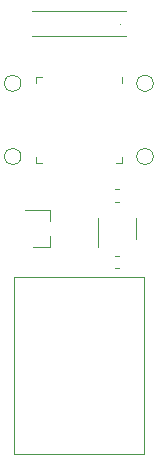
<source format=gbr>
G04 #@! TF.GenerationSoftware,KiCad,Pcbnew,5.1.5*
G04 #@! TF.CreationDate,2020-06-01T05:57:33+08:00*
G04 #@! TF.ProjectId,udisk,75646973-6b2e-46b6-9963-61645f706362,rev?*
G04 #@! TF.SameCoordinates,Original*
G04 #@! TF.FileFunction,Legend,Top*
G04 #@! TF.FilePolarity,Positive*
%FSLAX46Y46*%
G04 Gerber Fmt 4.6, Leading zero omitted, Abs format (unit mm)*
G04 Created by KiCad (PCBNEW 5.1.5) date 2020-06-01 05:57:33*
%MOMM*%
%LPD*%
G04 APERTURE LIST*
%ADD10C,0.120000*%
G04 APERTURE END LIST*
D10*
X137900000Y-35000000D02*
X130000000Y-35000000D01*
X137900000Y-32900000D02*
X130000000Y-32900000D01*
X137460391Y-33988898D02*
G75*
G02X137460001Y-33990001I29609J-11102D01*
G01*
X128450000Y-55400000D02*
X139450000Y-55400000D01*
X139450000Y-70400000D02*
X139450000Y-55400000D01*
X128450000Y-70400000D02*
X139450000Y-70400000D01*
X128450000Y-55400000D02*
X128450000Y-70400000D01*
X129050000Y-45200000D02*
G75*
G03X129050000Y-45200000I-700000J0D01*
G01*
X129050000Y-39000000D02*
G75*
G03X129050000Y-39000000I-700000J0D01*
G01*
X140250000Y-45200000D02*
G75*
G03X140250000Y-45200000I-700000J0D01*
G01*
X140250000Y-39000000D02*
G75*
G03X140250000Y-39000000I-700000J0D01*
G01*
X137560000Y-38965000D02*
X137560000Y-38490000D01*
X130340000Y-45710000D02*
X130815000Y-45710000D01*
X130340000Y-45235000D02*
X130340000Y-45710000D01*
X130340000Y-38490000D02*
X130815000Y-38490000D01*
X130340000Y-38965000D02*
X130340000Y-38490000D01*
X137560000Y-45710000D02*
X137085000Y-45710000D01*
X137560000Y-45235000D02*
X137560000Y-45710000D01*
X135540000Y-50400000D02*
X135540000Y-52850000D01*
X138760000Y-52200000D02*
X138760000Y-50400000D01*
X131510000Y-52880000D02*
X130050000Y-52880000D01*
X131510000Y-49720000D02*
X129350000Y-49720000D01*
X131510000Y-49720000D02*
X131510000Y-50650000D01*
X131510000Y-52880000D02*
X131510000Y-51950000D01*
X136987221Y-49010000D02*
X137312779Y-49010000D01*
X136987221Y-47990000D02*
X137312779Y-47990000D01*
X136987221Y-54610000D02*
X137312779Y-54610000D01*
X136987221Y-53590000D02*
X137312779Y-53590000D01*
M02*

</source>
